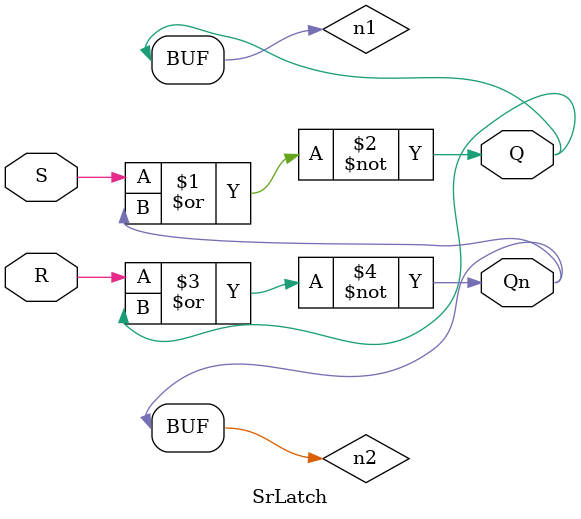
<source format=v>
`timescale 1ns / 1ps


module SrLatch (

    input S, 
    input R,   
    output Q,  
    output Qn  
);
    wire n1, n2; 

    nor (n1, S, Qn);
    nor (n2, R, Q);
    
    assign Q = n1;
    assign Qn = n2;
endmodule

</source>
